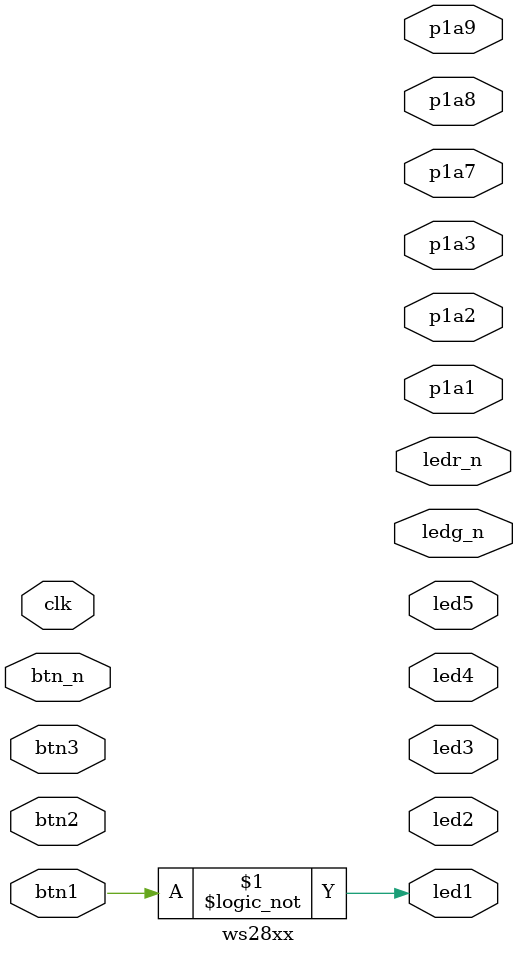
<source format=v>
module ws28xx (
	input clk,
	input btn_n,
	input btn1,
	input btn2,
	input btn3,

	output p1a7,		//pin3	- lat
	output p1a1,		//pin4	- mclk
	output p1a8,		//pin48	- oe
	output p1a2,		//pin2	- r1
	output p1a9,		//pin46	- g1
	output p1a3,		//pin47	- b1

	output ledr_n,		//ledred
	output ledg_n,		//ledgreen
	output led1,
	output led2,
	output led3,
	output led4,
	output led5,
);

assign led1 = !btn1;
endmodule

</source>
